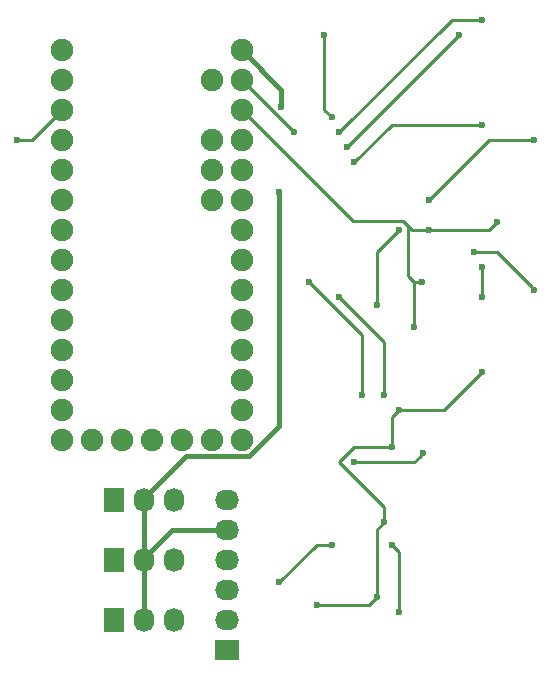
<source format=gbr>
G04 #@! TF.FileFunction,Copper,L2,Bot,Signal*
%FSLAX46Y46*%
G04 Gerber Fmt 4.6, Leading zero omitted, Abs format (unit mm)*
G04 Created by KiCad (PCBNEW 4.0.2-4+6225~38~ubuntu14.04.1-stable) date on. 13. april 2016 kl. 20.39 +0200*
%MOMM*%
G01*
G04 APERTURE LIST*
%ADD10C,0.100000*%
%ADD11C,1.900000*%
%ADD12R,1.727200X2.032000*%
%ADD13O,1.727200X2.032000*%
%ADD14R,2.032000X1.727200*%
%ADD15O,2.032000X1.727200*%
%ADD16C,0.600000*%
%ADD17C,0.400000*%
%ADD18C,0.250000*%
G04 APERTURE END LIST*
D10*
D11*
X101600000Y-96520000D03*
X101600000Y-99060000D03*
X101600000Y-101600000D03*
X101600000Y-104140000D03*
X101600000Y-106680000D03*
X101600000Y-109220000D03*
X101600000Y-111760000D03*
X101600000Y-114300000D03*
X101600000Y-116840000D03*
X101600000Y-119380000D03*
X101600000Y-121920000D03*
X101600000Y-124460000D03*
X101600000Y-127000000D03*
X116840000Y-127000000D03*
X116840000Y-124460000D03*
X116840000Y-121920000D03*
X116840000Y-119380000D03*
X116840000Y-116840000D03*
X116840000Y-114300000D03*
X116840000Y-111760000D03*
X116840000Y-109220000D03*
X116840000Y-106680000D03*
X116840000Y-104140000D03*
X116840000Y-101600000D03*
X116840000Y-99060000D03*
X116840000Y-96520000D03*
X116840000Y-93980000D03*
X101600000Y-93980000D03*
X114300000Y-127000000D03*
X111760000Y-127000000D03*
X109220000Y-127000000D03*
X106680000Y-127000000D03*
X104140000Y-127000000D03*
X114300000Y-96520000D03*
X114300000Y-101600000D03*
X114300000Y-104140000D03*
X114300000Y-106680000D03*
D12*
X106045000Y-142240000D03*
D13*
X108585000Y-142240000D03*
X111125000Y-142240000D03*
D12*
X106045000Y-137160000D03*
D13*
X108585000Y-137160000D03*
X111125000Y-137160000D03*
D12*
X106045000Y-132080000D03*
D13*
X108585000Y-132080000D03*
X111125000Y-132080000D03*
D14*
X115570000Y-144780000D03*
D15*
X115570000Y-142240000D03*
X115570000Y-139700000D03*
X115570000Y-137160000D03*
X115570000Y-134620000D03*
X115570000Y-132080000D03*
D16*
X120210167Y-98864833D03*
X120015000Y-106045000D03*
X121285000Y-100965000D03*
X141605000Y-101633448D03*
X132715000Y-106680000D03*
X130175000Y-109220000D03*
X128270000Y-115570000D03*
X127000000Y-123190000D03*
X122555000Y-113665000D03*
X128905000Y-133985000D03*
X132080000Y-113665000D03*
X132715000Y-109220000D03*
X138430000Y-108585000D03*
X137160000Y-121285000D03*
X130175000Y-124460000D03*
X129540000Y-127635000D03*
X128270000Y-140335000D03*
X123190000Y-140970000D03*
X131445000Y-117475000D03*
X128905000Y-123190000D03*
X125095000Y-114935000D03*
X141605000Y-114300000D03*
X136525000Y-111125000D03*
X137159982Y-112395000D03*
X137160000Y-114935000D03*
X137160000Y-100330000D03*
X126365000Y-103505000D03*
X135255000Y-92710000D03*
X125730000Y-102235000D03*
X137160000Y-91440000D03*
X125095000Y-100965000D03*
X123825000Y-92710000D03*
X124460000Y-99695000D03*
X124460000Y-135890000D03*
X120015000Y-139065000D03*
X129540000Y-135890000D03*
X130175000Y-141605000D03*
X132204456Y-128145544D03*
X126365000Y-128905000D03*
X97790000Y-101600000D03*
D17*
X120210167Y-98440569D02*
X120210167Y-98864833D01*
X116840000Y-93980000D02*
X120210167Y-97350167D01*
X120210167Y-97350167D02*
X120210167Y-98440569D01*
X108585000Y-132080000D02*
X108585000Y-131927600D01*
X108585000Y-131927600D02*
X112162599Y-128350001D01*
X112162599Y-128350001D02*
X117488001Y-128350001D01*
X117488001Y-128350001D02*
X120015000Y-125823002D01*
X120015000Y-125823002D02*
X120015000Y-106045000D01*
X108585000Y-137160000D02*
X108585000Y-132080000D01*
X108585000Y-137160000D02*
X108585000Y-142240000D01*
X115570000Y-134620000D02*
X110972600Y-134620000D01*
X110972600Y-134620000D02*
X108585000Y-137007600D01*
X108585000Y-137007600D02*
X108585000Y-137160000D01*
D18*
X121285000Y-100965000D02*
X116840000Y-96520000D01*
X132715000Y-106680000D02*
X137761552Y-101633448D01*
X137761552Y-101633448D02*
X141605000Y-101633448D01*
X128270000Y-115570000D02*
X128270000Y-111125000D01*
X128270000Y-111125000D02*
X130175000Y-109220000D01*
X122555000Y-113665000D02*
X127000000Y-118110000D01*
X127000000Y-118110000D02*
X127000000Y-123190000D01*
X125095000Y-128905000D02*
X126365000Y-127635000D01*
X126365000Y-127635000D02*
X129540000Y-127635000D01*
X128905000Y-132715000D02*
X125095000Y-128905000D01*
X128905000Y-133985000D02*
X128905000Y-132715000D01*
X128905000Y-133985000D02*
X128270000Y-134620000D01*
X128270000Y-134620000D02*
X128270000Y-140335000D01*
X132715000Y-109220000D02*
X131248004Y-109220000D01*
X131248004Y-109220000D02*
X130523002Y-108494998D01*
X126274998Y-108494998D02*
X117789999Y-100009999D01*
X130523002Y-108494998D02*
X126274998Y-108494998D01*
X130900002Y-108871998D02*
X130523002Y-108494998D01*
X131445000Y-113665000D02*
X130900002Y-113120002D01*
X117789999Y-100009999D02*
X116840000Y-99060000D01*
X130900002Y-113120002D02*
X130900002Y-108871998D01*
X132080000Y-113665000D02*
X131445000Y-113665000D01*
X138430000Y-108585000D02*
X137795000Y-109220000D01*
X137795000Y-109220000D02*
X132715000Y-109220000D01*
X137160000Y-121285000D02*
X133985000Y-124460000D01*
X133985000Y-124460000D02*
X130175000Y-124460000D01*
X129540000Y-127635000D02*
X129540000Y-125095000D01*
X129540000Y-125095000D02*
X130175000Y-124460000D01*
X123190000Y-140970000D02*
X127635000Y-140970000D01*
X127635000Y-140970000D02*
X128270000Y-140335000D01*
X131445000Y-117475000D02*
X131445000Y-113665000D01*
X125095000Y-114935000D02*
X128905000Y-118745000D01*
X128905000Y-118745000D02*
X128905000Y-123190000D01*
X141305001Y-114000001D02*
X141605000Y-114300000D01*
X138430000Y-111125000D02*
X141305001Y-114000001D01*
X136525000Y-111125000D02*
X138430000Y-111125000D01*
X137160000Y-114935000D02*
X137160000Y-112395018D01*
X137160000Y-112395018D02*
X137159982Y-112395000D01*
X126365000Y-103505000D02*
X129540000Y-100330000D01*
X129540000Y-100330000D02*
X137160000Y-100330000D01*
X125730000Y-102235000D02*
X135255000Y-92710000D01*
X125095000Y-100965000D02*
X134620000Y-91440000D01*
X134620000Y-91440000D02*
X137160000Y-91440000D01*
X124460000Y-99695000D02*
X123825000Y-99060000D01*
X123825000Y-99060000D02*
X123825000Y-92710000D01*
X120015000Y-139065000D02*
X123190000Y-135890000D01*
X123190000Y-135890000D02*
X124460000Y-135890000D01*
X130175000Y-141605000D02*
X130175000Y-136525000D01*
X130175000Y-136525000D02*
X129540000Y-135890000D01*
X126365000Y-128905000D02*
X131445000Y-128905000D01*
X131904457Y-128445543D02*
X132204456Y-128145544D01*
X131445000Y-128905000D02*
X131904457Y-128445543D01*
X97790000Y-101600000D02*
X99060000Y-101600000D01*
X99060000Y-101600000D02*
X101600000Y-99060000D01*
M02*

</source>
